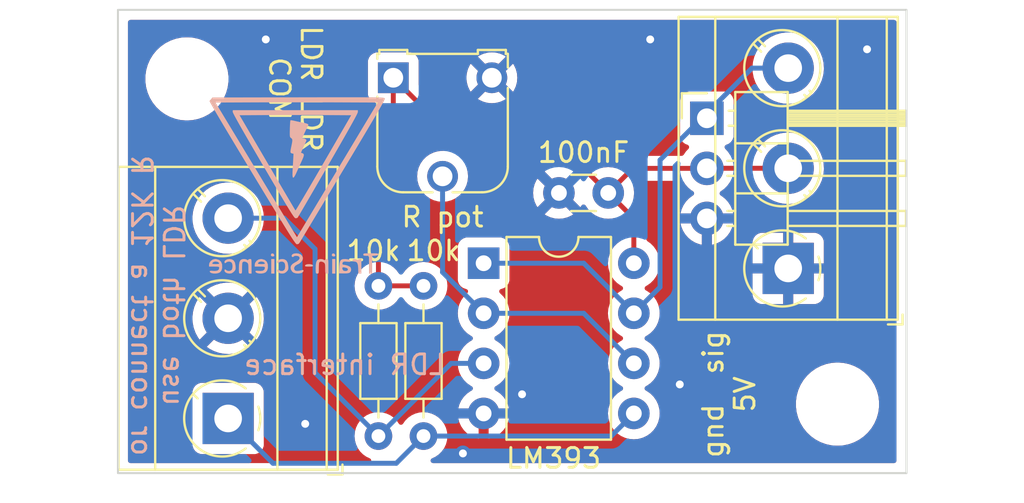
<source format=kicad_pcb>
(kicad_pcb (version 20211014) (generator pcbnew)
  (layers (0 "F.Cu" signal) (31 "B.Cu" signal) (34 "B.Paste" user) (35 "F.Paste" user) (36 "B.SilkS" user "B.Silkscreen") (37 "F.SilkS" user "F.Silkscreen") (38 "B.Mask" user) (39 "F.Mask" user) (44 "Edge.Cuts" user))
  (net 0 "")
  (net 1 "GND")
  (net 2 "+5V")
  (net 3 "Net-(J1101-Pad1)")
  (net 4 "Net-(J1101-Pad3)")
  (net 5 "Net-(J1102-Pad1)")
  (net 6 "Net-(RV1101-Pad2)")
  (footprint "MountingHole:MountingHole_3.2mm_M3" (layer "F.Cu") (at 83 76.5)
    (fp_text reference "REF**" hide)
    (fp_text value "MountingHole_3.2mm_M3")
    (pad "" np_thru_hole circle (at 0 0) (size 3.2 3.2) (drill 3.2) (layers *.Cu *.Mask))
  )
  (footprint "TerminalBlock_MetzConnect:TerminalBlock_MetzConnect_Type073_RT02603HBLU_1x03_P5.08mm_Horizontal" (layer "F.Cu") (at 85.09 93.726 90)
    (fp_text reference "J1101" hide)
    (fp_text value "LDR")
    (fp_line (start -2.84 5.8) (end -2.34 5.8) (layer "F.SilkS") (width 0.12))
    (fp_line (start -2.6 -5.56) (end 12.76 -5.56) (layer "F.SilkS") (width 0.12))
    (fp_line (start 8.804 0.821) (end 8.697 0.928) (layer "F.SilkS") (width 0.12))
    (fp_line (start -2.6 5) (end 12.76 5) (layer "F.SilkS") (width 0.12))
    (fp_line (start 12.76 -5.56) (end 12.76 5.56) (layer "F.SilkS") (width 0.12))
    (fp_line (start 9.013 1.083) (end 8.932 1.164) (layer "F.SilkS") (width 0.12))
    (fp_line (start -2.6 2.5) (end 12.76 2.5) (layer "F.SilkS") (width 0.12))
    (fp_line (start 1.229 -1.764) (end 1.013 -1.549) (layer "F.SilkS") (width 0.12))
    (fp_line (start 11.389 -1.764) (end 10.998 -1.374) (layer "F.SilkS") (width 0.12))
    (fp_line (start -2.6 5.56) (end 12.76 5.56) (layer "F.SilkS") (width 0.12))
    (fp_line (start -2.6 -3.7) (end 12.76 -3.7) (layer "F.SilkS") (width 0.12))
    (fp_line (start 6.309 -1.764) (end 5.918 -1.374) (layer "F.SilkS") (width 0.12))
    (fp_line (start -2.84 5.06) (end -2.84 5.8) (layer "F.SilkS") (width 0.12))
    (fp_line (start 11.624 -1.529) (end 11.274 -1.179) (layer "F.SilkS") (width 0.12))
    (fp_line (start 3.933 1.083) (end 3.852 1.164) (layer "F.SilkS") (width 0.12))
    (fp_line (start -2.6 -5.56) (end -2.6 5.56) (layer "F.SilkS") (width 0.12))
    (fp_line (start 6.544 -1.529) (end 6.194 -1.179) (layer "F.SilkS") (width 0.12))
    (fp_line (start 3.724 0.821) (end 3.617 0.928) (layer "F.SilkS") (width 0.12))
    (fp_arc (start 0.033269 1.630336) (mid -0.285785 1.609354) (end -0.597 1.536) (layer "F.SilkS") (width 0.12))
    (fp_arc (start 1.521645 -1.488175) (mid 1.930586 -0.299476) (end 1.521 0.889) (layer "F.SilkS") (width 0.12))
    (fp_arc (start 10.16 1.63) (mid 10.16 -2.23) (end 10.16 1.63) (layer "F.SilkS") (width 0.12))
    (fp_arc (start -1.500317 -1.514609) (mid -0.000252 -2.230344) (end 1.5 -1.515) (layer "F.SilkS") (width 0.12))
    (fp_arc (start -1.521645 0.888175) (mid -1.930586 -0.300524) (end -1.521 -1.489) (layer "F.SilkS") (width 0.12))
    (fp_arc (start 0.596403 1.535539) (mid 0.301919 1.606238) (end 0 1.63) (layer "F.SilkS") (width 0.12))
    (fp_arc (start 5.08 1.63) (mid 5.08 -2.23) (end 5.08 1.63) (layer "F.SilkS") (width 0.12))
    (pad "1" thru_hole rect (at 0 0 90) (size 2.6 2.6) (drill 1.4) (layers *.Cu *.Mask) (net 3 "Net-(J1101-Pad1)"))
    (pad "2" thru_hole circle (at 5.08 0 90) (size 2.6 2.6) (drill 1.4) (layers *.Cu *.Mask) (net 1 "GND"))
    (pad "3" thru_hole circle (at 10.16 0 90) (size 2.6 2.6) (drill 1.4) (layers *.Cu *.Mask) (net 4 "Net-(J1101-Pad3)"))
  )
  (footprint "Capacitor_THT:C_Disc_D3.0mm_W1.6mm_P2.50mm" (layer "F.Cu") (at 104.37 82.286 180)
    (fp_text reference "C" hide)
    (fp_text value "100nF" (at 1.25 2.05) (layer "F.SilkS"))
    (fp_line (start 0.621 0.92) (end 1.879 0.92) (layer "F.SilkS") (width 0.12))
    (fp_line (start 0.621 -0.92) (end 1.879 -0.92) (layer "F.SilkS") (width 0.12))
    (pad "1" thru_hole circle (at 0 0 180) (size 1.6 1.6) (drill 0.8) (layers *.Cu *.Mask) (net 2 "+5V"))
    (pad "2" thru_hole circle (at 2.5 0 180) (size 1.6 1.6) (drill 0.8) (layers *.Cu *.Mask) (net 1 "GND"))
  )
  (footprint "MountingHole:MountingHole_3.2mm_M3" (layer "F.Cu") (at 116 93)
    (fp_text reference "REF**" hide)
    (fp_text value "MountingHole_3.2mm_M3")
    (pad "" np_thru_hole circle (at 0 0) (size 3.2 3.2) (drill 3.2) (layers F&B.Cu *.Mask))
  )
  (footprint "Connector_PinHeader_2.54mm:PinHeader_1x03_P2.54mm_Horizontal" (layer "F.Cu") (at 109.374 78.5)
    (fp_text reference "J1102" hide)
    (fp_text value "ter")
    (fp_line (start 10.1 2.92) (end 4.1 2.92) (layer "F.SilkS") (width 0.12))
    (fp_line (start 1.042929 2.92) (end 1.44 2.92) (layer "F.SilkS") (width 0.12))
    (fp_line (start -1.27 0) (end -1.27 -1.27) (layer "F.SilkS") (width 0.12))
    (fp_line (start 1.11 0.38) (end 1.44 0.38) (layer "F.SilkS") (width 0.12))
    (fp_line (start 10.1 4.7) (end 10.1 5.46) (layer "F.SilkS") (width 0.12))
    (fp_line (start -1.27 -1.27) (end 0 -1.27) (layer "F.SilkS") (width 0.12))
    (fp_line (start 10.1 5.46) (end 4.1 5.46) (layer "F.SilkS") (width 0.12))
    (fp_line (start 1.11 -0.38) (end 1.44 -0.38) (layer "F.SilkS") (width 0.12))
    (fp_line (start 4.1 -0.32) (end 10.1 -0.32) (layer "F.SilkS") (width 0.12))
    (fp_line (start 4.1 -0.2) (end 10.1 -0.2) (layer "F.SilkS") (width 0.12))
    (fp_line (start 1.44 1.27) (end 4.1 1.27) (layer "F.SilkS") (width 0.12))
    (fp_line (start 10.1 0.38) (end 4.1 0.38) (layer "F.SilkS") (width 0.12))
    (fp_line (start 4.1 0.16) (end 10.1 0.16) (layer "F.SilkS") (width 0.12))
    (fp_line (start 1.042929 2.16) (end 1.44 2.16) (layer "F.SilkS") (width 0.12))
    (fp_line (start 1.042929 5.46) (end 1.44 5.46) (layer "F.SilkS") (width 0.12))
    (fp_line (start 4.1 -1.33) (end 1.44 -1.33) (layer "F.SilkS") (width 0.12))
    (fp_line (start 4.1 -0.38) (end 10.1 -0.38) (layer "F.SilkS") (width 0.12))
    (fp_line (start 1.44 6.41) (end 4.1 6.41) (layer "F.SilkS") (width 0.12))
    (fp_line (start 4.1 -0.08) (end 10.1 -0.08) (layer "F.SilkS") (width 0.12))
    (fp_line (start 4.1 0.28) (end 10.1 0.28) (layer "F.SilkS") (width 0.12))
    (fp_line (start 1.44 3.81) (end 4.1 3.81) (layer "F.SilkS") (width 0.12))
    (fp_line (start 4.1 2.16) (end 10.1 2.16) (layer "F.SilkS") (width 0.12))
    (fp_line (start 4.1 6.41) (end 4.1 -1.33) (layer "F.SilkS") (width 0.12))
    (fp_line (start 1.042929 4.7) (end 1.44 4.7) (layer "F.SilkS") (width 0.12))
    (fp_line (start 10.1 -0.38) (end 10.1 0.38) (layer "F.SilkS") (width 0.12))
    (fp_line (start 1.44 -1.33) (end 1.44 6.41) (layer "F.SilkS") (width 0.12))
    (fp_line (start 4.1 0.04) (end 10.1 0.04) (layer "F.SilkS") (width 0.12))
    (fp_line (start 10.1 2.16) (end 10.1 2.92) (layer "F.SilkS") (width 0.12))
    (fp_line (start 4.1 4.7) (end 10.1 4.7) (layer "F.SilkS") (width 0.12))
    (pad "1" thru_hole rect (at 0 0) (size 1.7 1.7) (drill 1) (layers *.Cu *.Mask) (net 5 "Net-(J1102-Pad1)"))
    (pad "2" thru_hole oval (at 0 2.54) (size 1.7 1.7) (drill 1) (layers *.Cu *.Mask) (net 2 "+5V"))
    (pad "3" thru_hole oval (at 0 5.08) (size 1.7 1.7) (drill 1) (layers *.Cu *.Mask) (net 1 "GND"))
  )
  (footprint "Potentiometer_THT:Potentiometer_Runtron_RM-065_Vertical" (layer "F.Cu") (at 93.468 76.444)
    (fp_text reference "R pot" (at 2.5 7.066) (layer "F.SilkS"))
    (fp_text value "REF")
    (fp_line (start 5.71 -1.21) (end 5.81 -1.21) (layer "F.SilkS") (width 0.12))
    (fp_line (start -0.81 4.5) (end -0.81 0.96) (layer "F.SilkS") (width 0.12))
    (fp_line (start 4.29 -1.21) (end 4.29 -1.41) (layer "F.SilkS") (width 0.12))
    (fp_line (start -0.71 -1.41) (end -0.71 -1.21) (layer "F.SilkS") (width 0.12))
    (fp_line (start -0.71 -1.21) (end -0.81 -1.21) (layer "F.SilkS") (width 0.12))
    (fp_line (start 0.71 -1.21) (end 0.71 -1.41) (layer "F.SilkS") (width 0.12))
    (fp_line (start 0.71 -1.21) (end 4.29 -1.21) (layer "F.SilkS") (width 0.12))
    (fp_line (start 1.99 5.81) (end 0.5 5.81) (layer "F.SilkS") (width 0.12))
    (fp_line (start -0.71 -1.41) (end 0.71 -1.41) (layer "F.SilkS") (width 0.12))
    (fp_line (start 4.29 -1.41) (end 5.71 -1.41) (layer "F.SilkS") (width 0.12))
    (fp_line (start 5.81 0.52) (end 5.81 4.5) (layer "F.SilkS") (width 0.12))
    (fp_line (start 4.5 5.81) (end 3.01 5.81) (layer "F.SilkS") (width 0.12))
    (fp_line (start 5.81 -1.21) (end 5.81 -0.52) (layer "F.SilkS") (width 0.12))
    (fp_line (start -0.81 -1.21) (end -0.81 -0.96) (layer "F.SilkS") (width 0.12))
    (fp_line (start 5.71 -1.41) (end 5.71 -1.21) (layer "F.SilkS") (width 0.12))
    (fp_arc (start 5.81 4.5) (mid 5.42631 5.42631) (end 4.5 5.81) (layer "F.SilkS") (width 0.12))
    (fp_arc (start 0.5 5.81) (mid -0.42631 5.42631) (end -0.81 4.5) (layer "F.SilkS") (width 0.12))
    (pad "1" thru_hole rect (at 0 0) (size 1.56 1.56) (drill 1) (layers *.Cu *.Mask) (net 2 "+5V"))
    (pad "2" thru_hole circle (at 2.5 5) (size 1.56 1.56) (drill 1) (layers *.Cu *.Mask) (net 6 "Net-(RV1101-Pad2)"))
    (pad "3" thru_hole circle (at 5 0) (size 1.56 1.56) (drill 1) (layers *.Cu *.Mask) (net 1 "GND"))
  )
  (footprint "Resistor_THT:R_Axial_DIN0204_L3.6mm_D1.6mm_P7.62mm_Horizontal" (layer "F.Cu") (at 95 87 -90)
    (fp_text reference "R1101" hide)
    (fp_text value "10k" (at -1.778 -0.508) (layer "F.SilkS"))
    (fp_line (start 1.89 0.92) (end 5.73 0.92) (layer "F.SilkS") (width 0.12))
    (fp_line (start 5.73 -0.92) (end 1.89 -0.92) (layer "F.SilkS") (width 0.12))
    (fp_line (start 0.94 0) (end 1.89 0) (layer "F.SilkS") (width 0.12))
    (fp_line (start 6.68 0) (end 5.73 0) (layer "F.SilkS") (width 0.12))
    (fp_line (start 5.73 0.92) (end 5.73 -0.92) (layer "F.SilkS") (width 0.12))
    (fp_line (start 1.89 -0.92) (end 1.89 0.92) (layer "F.SilkS") (width 0.12))
    (pad "1" thru_hole circle (at 0 0 270) (size 1.4 1.4) (drill 0.7) (layers *.Cu *.Mask) (net 2 "+5V"))
    (pad "2" thru_hole oval (at 7.62 0 270) (size 1.4 1.4) (drill 0.7) (layers *.Cu *.Mask) (net 3 "Net-(J1101-Pad1)"))
  )
  (footprint "TerminalBlock_MetzConnect:TerminalBlock_MetzConnect_Type073_RT02603HBLU_1x03_P5.08mm_Horizontal" (layer "F.Cu") (at 113.5 86.116 90)
    (fp_text reference "J1103" hide)
    (fp_text value "ter")
    (fp_line (start -2.6 5.56) (end 12.76 5.56) (layer "F.SilkS") (width 0.12))
    (fp_line (start -2.6 5) (end 12.76 5) (layer "F.SilkS") (width 0.12))
    (fp_line (start 6.309 -1.764) (end 5.918 -1.374) (layer "F.SilkS") (width 0.12))
    (fp_line (start 1.229 -1.764) (end 1.013 -1.549) (layer "F.SilkS") (width 0.12))
    (fp_line (start 11.624 -1.529) (end 11.274 -1.179) (layer "F.SilkS") (width 0.12))
    (fp_line (start 11.389 -1.764) (end 10.998 -1.374) (layer "F.SilkS") (width 0.12))
    (fp_line (start -2.6 -3.7) (end 12.76 -3.7) (layer "F.SilkS") (width 0.12))
    (fp_line (start -2.6 -5.56) (end 12.76 -5.56) (layer "F.SilkS") (width 0.12))
    (fp_line (start 6.544 -1.529) (end 6.194 -1.179) (layer "F.SilkS") (width 0.12))
    (fp_line (start 3.724 0.821) (end 3.617 0.928) (layer "F.SilkS") (width 0.12))
    (fp_line (start 8.804 0.821) (end 8.697 0.928) (layer "F.SilkS") (width 0.12))
    (fp_line (start 12.76 -5.56) (end 12.76 5.56) (layer "F.SilkS") (width 0.12))
    (fp_line (start 3.933 1.083) (end 3.852 1.164) (layer "F.SilkS") (width 0.12))
    (fp_line (start -2.6 2.5) (end 12.76 2.5) (layer "F.SilkS") (width 0.12))
    (fp_line (start 9.013 1.083) (end 8.932 1.164) (layer "F.SilkS") (width 0.12))
    (fp_line (start -2.84 5.06) (end -2.84 5.8) (layer "F.SilkS") (width 0.12))
    (fp_line (start -2.84 5.8) (end -2.34 5.8) (layer "F.SilkS") (width 0.12))
    (fp_line (start -2.6 -5.56) (end -2.6 5.56) (layer "F.SilkS") (width 0.12))
    (fp_arc (start 5.08 1.63) (mid 5.08 -2.23) (end 5.08 1.63) (layer "F.SilkS") (width 0.12))
    (fp_arc (start 1.521645 -1.488175) (mid 1.930586 -0.299476) (end 1.521 0.889) (layer "F.SilkS") (width 0.12))
    (fp_arc (start -1.521645 0.888175) (mid -1.930586 -0.300524) (end -1.521 -1.489) (layer "F.SilkS") (width 0.12))
    (fp_arc (start -1.500317 -1.514609) (mid -0.000252 -2.230344) (end 1.5 -1.515) (layer "F.SilkS") (width 0.12))
    (fp_arc (start 10.16 1.63) (mid 10.16 -2.23) (end 10.16 1.63) (layer "F.SilkS") (width 0.12))
    (fp_arc (start 0.596403 1.535539) (mid 0.301919 1.606238) (end 0 1.63) (layer "F.SilkS") (width 0.12))
    (fp_arc (start 0.033269 1.630336) (mid -0.285785 1.609354) (end -0.597 1.536) (layer "F.SilkS") (width 0.12))
    (pad "1" thru_hole rect (at 0 0 90) (size 2.6 2.6) (drill 1.4) (layers *.Cu *.Mask) (net 1 "GND"))
    (pad "2" thru_hole circle (at 5.08 0 90) (size 2.6 2.6) (drill 1.4) (layers *.Cu *.Mask) (net 2 "+5V"))
    (pad "3" thru_hole circle (at 10.16 0 90) (size 2.6 2.6) (drill 1.4) (layers *.Cu *.Mask) (net 5 "Net-(J1102-Pad1)"))
  )
  (footprint "Resistor_THT:R_Axial_DIN0204_L3.6mm_D1.6mm_P7.62mm_Horizontal" (layer "F.Cu") (at 92.714 87 -90)
    (fp_text reference "R1102" hide)
    (fp_text value "10k" (at -1.778 0.254) (layer "F.SilkS"))
    (fp_line (start 5.73 0.92) (end 5.73 -0.92) (layer "F.SilkS") (width 0.12))
    (fp_line (start 1.89 -0.92) (end 1.89 0.92) (layer "F.SilkS") (width 0.12))
    (fp_line (start 0.94 0) (end 1.89 0) (layer "F.SilkS") (width 0.12))
    (fp_line (start 6.68 0) (end 5.73 0) (layer "F.SilkS") (width 0.12))
    (fp_line (start 1.89 0.92) (end 5.73 0.92) (layer "F.SilkS") (width 0.12))
    (fp_line (start 5.73 -0.92) (end 1.89 -0.92) (layer "F.SilkS") (width 0.12))
    (pad "1" thru_hole circle (at 0 0 270) (size 1.4 1.4) (drill 0.7) (layers *.Cu *.Mask) (net 2 "+5V"))
    (pad "2" thru_hole oval (at 7.62 0 270) (size 1.4 1.4) (drill 0.7) (layers *.Cu *.Mask) (net 4 "Net-(J1101-Pad3)"))
  )
  (footprint "Package_DIP:DIP-8_W7.62mm" (layer "F.Cu") (at 98.05 85.852)
    (fp_text reference "U1101" hide)
    (fp_text value "LM393" (at 3.546 9.896 unlocked) (layer "F.SilkS"))
    (fp_line (start 1.16 8.95) (end 6.46 8.95) (layer "F.SilkS") (width 0.12))
    (fp_line (start 6.46 -1.33) (end 4.81 -1.33) (layer "F.SilkS") (width 0.12))
    (fp_line (start 6.46 8.95) (end 6.46 -1.33) (layer "F.SilkS") (width 0.12))
    (fp_line (start 1.16 -1.33) (end 1.16 8.95) (layer "F.SilkS") (width 0.12))
    (fp_line (start 2.81 -1.33) (end 1.16 -1.33) (layer "F.SilkS") (width 0.12))
    (fp_arc (start 4.81 -1.33) (mid 3.81 -0.33) (end 2.81 -1.33) (layer "F.SilkS") (width 0.12))
    (pad "1" thru_hole rect (at 0 0) (size 1.6 1.6) (drill 0.8) (layers *.Cu *.Mask) (net 5 "Net-(J1102-Pad1)"))
    (pad "2" thru_hole oval (at 0 2.54) (size 1.6 1.6) (drill 0.8) (layers *.Cu *.Mask) (net 6 "Net-(RV1101-Pad2)"))
    (pad "3" thru_hole oval (at 0 5.08) (size 1.6 1.6) (drill 0.8) (layers *.Cu *.Mask) (net 4 "Net-(J1101-Pad3)"))
    (pad "4" thru_hole oval (at 0 7.62) (size 1.6 1.6) (drill 0.8) (layers *.Cu *.Mask) (net 1 "GND"))
    (pad "5" thru_hole oval (at 7.62 7.62) (size 1.6 1.6) (drill 0.8) (layers *.Cu *.Mask) (net 3 "Net-(J1101-Pad1)"))
    (pad "6" thru_hole oval (at 7.62 5.08) (size 1.6 1.6) (drill 0.8) (layers *.Cu *.Mask) (net 6 "Net-(RV1101-Pad2)"))
    (pad "7" thru_hole oval (at 7.62 2.54) (size 1.6 1.6) (drill 0.8) (layers *.Cu *.Mask) (net 5 "Net-(J1102-Pad1)"))
    (pad "8" thru_hole oval (at 7.62 0) (size 1.6 1.6) (drill 0.8) (layers *.Cu *.Mask) (net 2 "+5V"))
  )
  (footprint "kicad_images:Train-Science logo small" (layer "B.Cu") (at 88.5 82 180)
    (fp_text reference "G***" hide)
    (fp_text value "LOGO" hide)
    (fp_poly (pts (xy 2.715567 -3.652213) (xy 2.788671 -3.700519) (xy 2.835175 -3.79015) (xy 2.859236 -3.928568) (xy 2.865146 -4.092808) (xy 2.86448 -4.228722) (xy 2.860137 -4.312734) (xy 2.848595 -4.357328) (xy 2.826334 -4.374987) (xy 2.789834 -4.378194) (xy 2.784664 -4.3782) (xy 2.744587 -4.375415) (xy 2.72067 -4.358257) (xy 2.708742 -4.313522) (xy 2.704637 -4.228007) (xy 2.704183 -4.123292) (xy 2.70181 -3.995739) (xy 2.69553 -3.889366) (xy 2.686599 -3.82384) (xy 2.684642 -3.817462) (xy 2.638586 -3.775444) (xy 2.56069 -3.771399) (xy 2.471162 -3.805399) (xy 2.453804 -3.816654) (xy 2.417528 -3.84892) (xy 2.396019 -3.893461) (xy 2.385541 -3.966262) (xy 2.382352 -4.083304) (xy 2.382256 -4.122485) (xy 2.381383 -4.249664) (xy 2.375999 -4.325642) (xy 2.361955 -4.363601) (xy 2.335101 -4.376724) (xy 2.301774 -4.3782) (xy 2.221293 -4.3782) (xy 2.221293 -4.007985) (xy 2.22168 -3.849262) (xy 2.224378 -3.743962) (xy 2.231689 -3.681124) (xy 2.245918 -3.649787) (xy 2.269368 -3.638988) (xy 2.299092 -3.637769) (xy 2.364561 -3.652507) (xy 2.391646 -3.67801) (xy 2.413142 -3.702107) (xy 2.449056 -3.67801) (xy 2.508105 -3.651219) (xy 2.597263 -3.63805) (xy 2.611707 -3.637769)) (layer "B.SilkS") (width 0) (fill solid))
    (fp_poly (pts (xy 4.191957 -3.665419) (xy 4.293411 -3.737669) (xy 4.360573 -3.838471) (xy 4.3782 -3.925027) (xy 4.3782 -4.024081) (xy 4.120659 -4.024081) (xy 3.992123 -4.025517) (xy 3.915069 -4.031892) (xy 3.876617 -4.046313) (xy 3.86389 -4.071882) (xy 3.863118 -4.086167) (xy 3.886785 -4.17496) (xy 3.959423 -4.227168) (xy 4.083491 -4.244072) (xy 4.15906 -4.240295) (xy 4.267524 -4.233706) (xy 4.325375 -4.2403) (xy 4.345405 -4.262067) (xy 4.346008 -4.269376) (xy 4.317527 -4.321331) (xy 4.243324 -4.357024) (xy 4.140255 -4.375338) (xy 4.025174 -4.375154) (xy 3.91494 -4.355354) (xy 3.826407 -4.31482) (xy 3.813457 -4.304705) (xy 3.748327 -4.223779) (xy 3.71501 -4.110586) (xy 3.710957 -4.07989) (xy 3.714938 -3.908) (xy 3.730244 -3.869557) (xy 3.863118 -3.869557) (xy 3.892233 -3.883662) (xy 3.967337 -3.893017) (xy 4.040178 -3.895311) (xy 4.137154 -3.891076) (xy 4.201466 -3.880152) (xy 4.217237 -3.869557) (xy 4.188421 -3.814477) (xy 4.114915 -3.776712) (xy 4.040178 -3.76654) (xy 3.945509 -3.783306) (xy 3.880602 -3.826073) (xy 3.863118 -3.869557) (xy 3.730244 -3.869557) (xy 3.767799 -3.775233) (xy 3.866587 -3.685192) (xy 4.008349 -3.641482) (xy 4.073248 -3.637769)) (layer "B.SilkS") (width 0) (fill solid))
    (fp_poly (pts (xy -3.20706 -3.649174) (xy -3.187072 -3.671095) (xy -3.167366 -3.687977) (xy -3.124803 -3.671095) (xy -3.032476 -3.639196) (xy -2.952967 -3.641074) (xy -2.904379 -3.674259) (xy -2.897338 -3.702155) (xy -2.912873 -3.749633) (xy -2.970283 -3.766013) (xy -2.992091 -3.76654) (xy -3.08017 -3.784752) (xy -3.139695 -3.843818) (xy -3.1741 -3.950385) (xy -3.18682 -4.1111) (xy -3.187072 -4.143919) (xy -3.188151 -4.264488) (xy -3.194538 -4.33444) (xy -3.210963 -4.367539) (xy -3.242154 -4.377549) (xy -3.267554 -4.3782) (xy -3.348035 -4.3782) (xy -3.348035 -3.637769) (xy -3.267554 -3.637769)) (layer "B.SilkS") (width 0) (fill solid))
    (fp_poly (pts (xy -1.179743 -3.652213) (xy -1.106639 -3.700519) (xy -1.060135 -3.79015) (xy -1.036075 -3.928568) (xy -1.030165 -4.092808) (xy -1.03083 -4.228722) (xy -1.035174 -4.312734) (xy -1.046716 -4.357328) (xy -1.068976 -4.374987) (xy -1.105476 -4.378194) (xy -1.110646 -4.3782) (xy -1.150723 -4.375415) (xy -1.174641 -4.358257) (xy -1.186568 -4.313522) (xy -1.190674 -4.228007) (xy -1.191128 -4.123292) (xy -1.193501 -3.995739) (xy -1.199781 -3.889366) (xy -1.208712 -3.82384) (xy -1.210669 -3.817462) (xy -1.256725 -3.775444) (xy -1.33462 -3.771399) (xy -1.424149 -3.805399) (xy -1.441506 -3.816654) (xy -1.477783 -3.84892) (xy -1.499291 -3.893461) (xy -1.50977 -3.966262) (xy -1.512958 -4.083304) (xy -1.513054 -4.122485) (xy -1.513927 -4.249664) (xy -1.519311 -4.325642) (xy -1.533355 -4.363601) (xy -1.560209 -4.376724) (xy -1.593536 -4.3782) (xy -1.674018 -4.3782) (xy -1.674018 -4.007985) (xy -1.67363 -3.849262) (xy -1.670933 -3.743962) (xy -1.663621 -3.681124) (xy -1.649392 -3.649787) (xy -1.625943 -3.638988) (xy -1.596219 -3.637769) (xy -1.53075 -3.652507) (xy -1.503665 -3.67801) (xy -1.482168 -3.702107) (xy -1.446255 -3.67801) (xy -1.387205 -3.651219) (xy -1.298048 -3.63805) (xy -1.283604 -3.637769)) (layer "B.SilkS") (width 0) (fill solid))
    (fp_poly (pts (xy -1.879051 -3.365565) (xy -1.85507 -3.397528) (xy -1.848957 -3.467248) (xy -1.897497 -3.5033) (xy -1.951794 -3.508999) (xy -2.01104 -3.497959) (xy -2.024208 -3.453786) (xy -2.022328 -3.436565) (xy -1.991057 -3.378361) (xy -1.934811 -3.352714)) (layer "B.SilkS") (width 0) (fill solid))
    (fp_poly (pts (xy -2.177236 4.566716) (xy -1.724771 4.566214) (xy -1.217326 4.565463) (xy -0.651718 4.564501) (xy -0.055144 4.563421) (xy 4.394297 4.55526) (xy 4.402412 4.474778) (xy 4.392766 4.444092) (xy 4.360546 4.377472) (xy 4.304831 4.273357) (xy 4.224701 4.130187) (xy 4.119236 3.9464) (xy 3.987517 3.720436) (xy 3.828623 3.450735) (xy 3.641634 3.135735) (xy 3.425631 2.773875) (xy 3.179692 2.363596) (xy 2.902899 1.903335) (xy 2.594331 1.391532) (xy 2.253068 0.826627) (xy 2.210681 0.756527) (xy 1.892208 0.230049) (xy 1.605234 -0.243951) (xy 1.348069 -0.66817) (xy 1.119028 -1.045302) (xy 0.916421 -1.378044) (xy 0.738561 -1.669091) (xy 0.583761 -1.921141) (xy 0.450332 -2.136888) (xy 0.336586 -2.319029) (xy 0.240836 -2.470259) (xy 0.161394 -2.593274) (xy 0.096573 -2.690771) (xy 0.044683 -2.765444) (xy 0.004038 -2.819991) (xy -0.02705 -2.857107) (xy -0.05027 -2.879488) (xy -0.067308 -2.88983) (xy -0.073048 -2.891234) (xy -0.156237 -2.877194) (xy -0.204854 -2.826849) (xy -0.227047 -2.790521) (xy -0.280348 -2.702298) (xy -0.362758 -2.565508) (xy -0.47228 -2.383476) (xy -0.606914 -2.159531) (xy -0.764662 -1.897) (xy -0.943527 -1.599208) (xy -1.141509 -1.269484) (xy -1.356611 -0.911155) (xy -1.586834 -0.527547) (xy -1.830181 -0.121988) (xy -2.084652 0.302196) (xy -2.348249 0.741676) (xy -2.411808 0.847656) (xy -2.72913 1.377004) (xy -3.014693 1.853894) (xy -3.270035 2.280976) (xy -3.496692 2.660897) (xy -3.696204 2.996307) (xy -3.870107 3.289854) (xy -4.01994 3.544188) (xy -4.147239 3.761957) (xy -4.253544 3.94581) (xy -4.340391 4.098397) (xy -4.409319 4.222366) (xy -4.449721 4.297718) (xy -4.178624 4.297718) (xy -0.08088 -2.532058) (xy 0.192957 -2.079549) (xy 0.247331 -1.989669) (xy 0.332405 -1.84901) (xy 0.445566 -1.661887) (xy 0.584205 -1.43262) (xy 0.74571 -1.165527) (xy 0.92747 -0.864926) (xy 1.126875 -0.535135) (xy 1.341313 -0.180472) (xy 1.568173 0.194744) (xy 1.804844 0.586196) (xy 2.048716 0.989564) (xy 2.257763 1.33534) (xy 4.048733 4.297718) (xy 1.992174 4.306003) (xy 1.548356 4.307468) (xy 1.05587 4.308526) (xy 0.530432 4.309176) (xy -0.012241 4.309419) (xy -0.556433 4.309254) (xy -1.086428 4.308682) (xy -1.58651 4.307702) (xy -2.040962 4.306315) (xy -2.121505 4.306003) (xy -4.178624 4.297718) (xy -4.449721 4.297718) (xy -4.461864 4.320365) (xy -4.499566 4.395045) (xy -4.523961 4.449053) (xy -4.536588 4.485039) (xy -4.538984 4.505651) (xy -4.537712 4.509683) (xy -4.531875 4.518362) (xy -4.522005 4.526181) (xy -4.504918 4.533179) (xy -4.47743 4.539392) (xy -4.436357 4.54486) (xy -4.378514 4.549621) (xy -4.300717 4.553712) (xy -4.199782 4.557172) (xy -4.072525 4.560039) (xy -3.915762 4.562352) (xy -3.726308 4.564148) (xy -3.50098 4.565466) (xy -3.236592 4.566343) (xy -2.929962 4.566818) (xy -2.577905 4.56693)) (layer "B.SilkS") (width 0) (fill solid))
    (fp_poly (pts (xy 1.223321 -4.3782) (xy 1.062357 -4.3782) (xy 1.062357 -3.637769) (xy 1.223321 -3.637769)) (layer "B.SilkS") (width 0) (fill solid))
    (fp_poly (pts (xy 0.08045 -3.363771) (xy 0.163476 -3.40824) (xy 0.193154 -3.477335) (xy 0.193156 -3.477939) (xy 0.170182 -3.528914) (xy 0.121334 -3.539789) (xy 0.080482 -3.508999) (xy 0.032611 -3.483439) (xy -0.047363 -3.477888) (xy -0.130866 -3.490818) (xy -0.189325 -3.520703) (xy -0.191874 -3.52355) (xy -0.21804 -3.596183) (xy -0.180966 -3.673245) (xy -0.081544 -3.753443) (xy -0.004028 -3.796699) (xy 0.136108 -3.882305) (xy 0.216714 -3.971193) (xy 0.24249 -4.071135) (xy 0.223825 -4.173564) (xy 0.164082 -4.275535) (xy 0.095495 -4.330471) (xy -0.018443 -4.366535) (xy -0.150995 -4.376193) (xy -0.274362 -4.359597) (xy -0.346956 -4.328086) (xy -0.40363 -4.272052) (xy -0.419312 -4.22251) (xy -0.394108 -4.195068) (xy -0.346071 -4.199064) (xy -0.197064 -4.233359) (xy -0.075009 -4.242002) (xy 0.005829 -4.224264) (xy 0.015788 -4.217493) (xy 0.061853 -4.14537) (xy 0.055341 -4.062595) (xy 0.002818 -3.983964) (xy -0.089151 -3.924271) (xy -0.119083 -3.913566) (xy -0.188092 -3.877866) (xy -0.269912 -3.816568) (xy -0.288095 -3.800264) (xy -0.365715 -3.694707) (xy -0.385703 -3.587357) (xy -0.353625 -3.488715) (xy -0.27505 -3.409279) (xy -0.155545 -3.359551) (xy -0.048289 -3.348036)) (layer "B.SilkS") (width 0) (fill solid))
    (fp_poly (pts (xy 1.874086 -3.665419) (xy 1.97554 -3.737669) (xy 2.042702 -3.838471) (xy 2.06033 -3.925027) (xy 2.06033 -4.024081) (xy 1.802788 -4.024081) (xy 1.674253 -4.025517) (xy 1.597198 -4.031892) (xy 1.558746 -4.046313) (xy 1.54602 -4.071882) (xy 1.545247 -4.086167) (xy 1.568914 -4.17496) (xy 1.641552 -4.227168) (xy 1.76562 -4.244072) (xy 1.841189 -4.240295) (xy 1.949653 -4.233706) (xy 2.007504 -4.2403) (xy 2.027535 -4.262067) (xy 2.028137 -4.269376) (xy 1.999657 -4.321331) (xy 1.925454 -4.357024) (xy 1.822384 -4.375338) (xy 1.707304 -4.375154) (xy 1.597069 -4.355354) (xy 1.508536 -4.31482) (xy 1.495586 -4.304705) (xy 1.430456 -4.223779) (xy 1.397139 -4.110586) (xy 1.393087 -4.07989) (xy 1.397067 -3.908) (xy 1.412373 -3.869557) (xy 1.545247 -3.869557) (xy 1.574363 -3.883662) (xy 1.649466 -3.893017) (xy 1.722307 -3.895311) (xy 1.819283 -3.891076) (xy 1.883595 -3.880152) (xy 1.899366 -3.869557) (xy 1.87055 -3.814477) (xy 1.797044 -3.776712) (xy 1.722307 -3.76654) (xy 1.627639 -3.783306) (xy 1.562731 -3.826073) (xy 1.545247 -3.869557) (xy 1.412373 -3.869557) (xy 1.449928 -3.775233) (xy 1.548716 -3.685192) (xy 1.690478 -3.641482) (xy 1.755377 -3.637769)) (layer "B.SilkS") (width 0) (fill solid))
    (fp_poly (pts (xy 3.179239 3.830925) (xy 3.169077 3.796052) (xy 3.134748 3.721875) (xy 3.075339 3.60678) (xy 2.989941 3.449155) (xy 2.877641 3.24739) (xy 2.737526 2.999872) (xy 2.568687 2.704989) (xy 2.370211 2.361128) (xy 2.141187 1.966679) (xy 1.880703 1.52003) (xy 1.631778 1.09455) (xy 1.368647 0.645596) (xy 1.135907 0.249143) (xy 0.93161 -0.097982) (xy 0.753807 -0.398953) (xy 0.60055 -0.656942) (xy 0.469891 -0.875124) (xy 0.359881 -1.05667) (xy 0.268572 -1.204755) (xy 0.194014 -1.322552) (xy 0.134261 -1.413233) (xy 0.087362 -1.479973) (xy 0.051371 -1.525943) (xy 0.024337 -1.554318) (xy 0.004314 -1.568271) (xy -0.004969 -1.571019) (xy -0.078828 -1.563333) (xy -0.118283 -1.538827) (xy -0.138767 -1.505458) (xy -0.189191 -1.420294) (xy -0.267262 -1.287274) (xy -0.370688 -1.110339) (xy -0.497173 -0.893428) (xy -0.644426 -0.640482) (xy -0.810153 -0.355441) (xy -0.99206 -0.042244) (xy -1.187855 0.295169) (xy -1.395243 0.652857) (xy -1.611932 1.02688) (xy -1.660439 1.110646) (xy -1.943382 1.600038) (xy -2.194371 2.035755) (xy -2.414343 2.419476) (xy -2.604234 2.752877) (xy -2.764981 3.037634) (xy -2.89752 3.275425) (xy -3.002787 3.467927) (xy -3.081719 3.616816) (xy -3.100264 3.653866) (xy -2.831057 3.653866) (xy -1.427803 1.229825) (xy -1.217976 0.867944) (xy -1.017222 0.522838) (xy -0.827885 0.198474) (xy -0.652308 -0.101185) (xy -0.492836 -0.372174) (xy -0.351814 -0.61053) (xy -0.231586 -0.812287) (xy -0.134496 -0.973481) (xy -0.062889 -1.090149) (xy -0.019109 -1.158326) (xy -0.005551 -1.175218) (xy 0.013203 -1.145197) (xy 0.062076 -1.063637) (xy 0.138687 -0.934577) (xy 0.240658 -0.762061) (xy 0.365609 -0.55013) (xy 0.511161 -0.302826) (xy 0.674935 -0.02419) (xy 0.854552 0.281735) (xy 1.047632 0.610908) (xy 1.251797 0.959287) (xy 1.421346 1.248823) (xy 2.829247 3.653866) (xy 1.414623 3.662249) (xy 1.04211 3.663984) (xy 0.624153 3.665121) (xy 0.179691 3.665659) (xy -0.272337 3.665598) (xy -0.712992 3.664938) (xy -1.123334 3.663678) (xy -1.415529 3.662249) (xy -2.831057 3.653866) (xy -3.100264 3.653866) (xy -3.135253 3.723769) (xy -3.164325 3.790463) (xy -3.17064 3.814829) (xy -3.170976 3.911407) (xy 3.170976 3.911407)) (layer "B.SilkS") (width 0) (fill solid))
    (fp_poly (pts (xy -2.40532 -3.645768) (xy -2.326525 -3.67613) (xy -2.275297 -3.738404) (xy -2.245189 -3.842138) (xy -2.22975 -3.996881) (xy -2.226439 -4.069661) (xy -2.215488 -4.366149) (xy -2.45432 -4.371021) (xy -2.611055 -4.367821) (xy -2.715337 -4.349617) (xy -2.763052 -4.326932) (xy -2.817997 -4.253657) (xy -2.8318 -4.157537) (xy -2.826579 -4.141434) (xy -2.663371 -4.141434) (xy -2.661178 -4.198977) (xy -2.617211 -4.235887) (xy -2.541587 -4.248708) (xy -2.462907 -4.236034) (xy -2.420887 -4.210799) (xy -2.387663 -4.147033) (xy -2.382256 -4.110009) (xy -2.391113 -4.070273) (xy -2.429399 -4.05887) (xy -2.5002 -4.066989) (xy -2.611613 -4.096669) (xy -2.663371 -4.141434) (xy -2.826579 -4.141434) (xy -2.80241 -4.066887) (xy -2.783578 -4.04369) (xy -2.714915 -4.000608) (xy -2.611053 -3.960717) (xy -2.500848 -3.933723) (xy -2.438593 -3.927683) (xy -2.39073 -3.905832) (xy -2.389171 -3.848663) (xy -2.411779 -3.801951) (xy -2.44845 -3.775964) (xy -2.522247 -3.768689) (xy -2.620538 -3.77548) (xy -2.726931 -3.782973) (xy -2.782746 -3.776184) (xy -2.800575 -3.753278) (xy -2.80076 -3.74925) (xy -2.770723 -3.693209) (xy -2.685633 -3.655257) (xy -2.553023 -3.638364) (xy -2.518132 -3.637769)) (layer "B.SilkS") (width 0) (fill solid))
    (fp_poly (pts (xy -3.669632 -3.34866) (xy -3.559722 -3.351709) (xy -3.492918 -3.358945) (xy -3.458582 -3.372129) (xy -3.446076 -3.393024) (xy -3.444613 -3.412421) (xy -3.454092 -3.452657) (xy -3.493451 -3.471683) (xy -3.579073 -3.476782) (xy -3.58948 -3.476806) (xy -3.734347 -3.476806) (xy -3.734347 -4.3782) (xy -3.89531 -4.3782) (xy -3.89531 -3.480334) (xy -4.047936 -3.470522) (xy -4.148526 -3.457408) (xy -4.198923 -3.431105) (xy -4.21126 -3.404373) (xy -4.210399 -3.380588) (xy -4.190335 -3.364589) (xy -4.140901 -3.354863) (xy -4.051928 -3.349892) (xy -3.91325 -3.348161) (xy -3.833286 -3.348036)) (layer "B.SilkS") (width 0) (fill solid))
    (fp_poly (pts (xy 0.784156 -3.654371) (xy 0.871115 -3.697368) (xy 0.920801 -3.756548) (xy 0.922188 -3.814197) (xy 0.900905 -3.852981) (xy 0.870209 -3.843557) (xy 0.841851 -3.819211) (xy 0.752511 -3.7745) (xy 0.650954 -3.773442) (xy 0.566548 -3.81626) (xy 0.565671 -3.817129) (xy 0.529974 -3.888454) (xy 0.515171 -3.998249) (xy 0.515082 -4.007985) (xy 0.527932 -4.119813) (xy 0.562192 -4.195116) (xy 0.565671 -4.198841) (xy 0.649649 -4.242246) (xy 0.751171 -4.241772) (xy 0.840868 -4.197642) (xy 0.841851 -4.196759) (xy 0.887126 -4.162129) (xy 0.910558 -4.174932) (xy 0.922188 -4.201773) (xy 0.917633 -4.267108) (xy 0.862679 -4.324764) (xy 0.771275 -4.364981) (xy 0.670003 -4.3782) (xy 0.56494 -4.364144) (xy 0.478534 -4.312169) (xy 0.444446 -4.280323) (xy 0.39028 -4.220957) (xy 0.36277 -4.166703) (xy 0.355287 -4.094215) (xy 0.360798 -3.985733) (xy 0.391249 -3.823108) (xy 0.456936 -3.713042) (xy 0.560567 -3.652527) (xy 0.674274 -3.637769)) (layer "B.SilkS") (width 0) (fill solid))
    (fp_poly (pts (xy -1.867174 -4.3782) (xy -2.028137 -4.3782) (xy -2.028137 -3.637769) (xy -1.867174 -3.637769)) (layer "B.SilkS") (width 0) (fill solid))
    (fp_poly (pts (xy -0.612737 -3.9006) (xy -0.533283 -3.922266) (xy -0.490713 -3.961014) (xy -0.488845 -3.967744) (xy -0.490951 -3.998166) (xy -0.520453 -4.01526) (xy -0.590351 -4.022672) (xy -0.689781 -4.024081) (xy -0.808268 -4.020841) (xy -0.874379 -4.009353) (xy -0.899883 -3.986965) (xy -0.901394 -3.976406) (xy -0.873403 -3.933919) (xy -0.802697 -3.906845) (xy -0.709175 -3.895599)) (layer "B.SilkS") (width 0) (fill solid))
    (fp_poly (pts (xy 3.456146 -3.654371) (xy 3.543105 -3.697368) (xy 3.592791 -3.756548) (xy 3.594178 -3.814197) (xy 3.572895 -3.852981) (xy 3.542199 -3.843557) (xy 3.513841 -3.819211) (xy 3.424501 -3.7745) (xy 3.322943 -3.773442) (xy 3.238538 -3.81626) (xy 3.237661 -3.817129) (xy 3.201357 -3.890078) (xy 3.187495 -3.994878) (xy 3.196074 -4.103032) (xy 3.227095 -4.186043) (xy 3.237661 -4.198841) (xy 3.321639 -4.242246) (xy 3.423161 -4.241772) (xy 3.512857 -4.197642) (xy 3.513841 -4.196759) (xy 3.559116 -4.162129) (xy 3.582547 -4.174932) (xy 3.594178 -4.201773) (xy 3.589623 -4.267108) (xy 3.534669 -4.324764) (xy 3.443265 -4.364981) (xy 3.341993 -4.3782) (xy 3.23693 -4.364144) (xy 3.150524 -4.312169) (xy 3.116435 -4.280323) (xy 3.06227 -4.220957) (xy 3.03476 -4.166703) (xy 3.027277 -4.094215) (xy 3.032787 -3.985733) (xy 3.063239 -3.823108) (xy 3.128926 -3.713042) (xy 3.232557 -3.652527) (xy 3.346264 -3.637769)) (layer "B.SilkS") (width 0) (fill solid))
    (fp_poly (pts (xy 1.211443 -3.365565) (xy 1.235424 -3.397528) (xy 1.241537 -3.467248) (xy 1.192998 -3.5033) (xy 1.1387 -3.508999) (xy 1.079454 -3.497959) (xy 1.066286 -3.453786) (xy 1.068167 -3.436565) (xy 1.099438 -3.378361) (xy 1.155683 -3.352714)) (layer "B.SilkS") (width 0) (fill solid))
    (fp_poly (pts (xy 0.250482 3.398018) (xy 0.258312 3.360431) (xy 0.266207 3.271171) (xy 0.273323 3.142944) (xy 0.278815 2.988455) (xy 0.279494 2.961822) (xy 0.283147 2.79102) (xy 0.28333 2.672993) (xy 0.27842 2.596159) (xy 0.266793 2.548934) (xy 0.246824 2.519735) (xy 0.216889 2.496979) (xy 0.214047 2.495112) (xy 0.177374 2.463714) (xy 0.157846 2.420729) (xy 0.155167 2.353836) (xy 0.169042 2.250716) (xy 0.199173 2.099046) (xy 0.20399 2.076426) (xy 0.234196 1.927607) (xy 0.248081 1.829473) (xy 0.244797 1.770209) (xy 0.223496 1.738003) (xy 0.183328 1.721039) (xy 0.178383 1.719762) (xy 0.093995 1.698582) (xy 0.113104 1.340229) (xy 0.122361 1.168329) (xy 0.13182 0.9955) (xy 0.140114 0.846597) (xy 0.144094 0.776804) (xy 0.147732 0.616402) (xy 0.136399 0.518612) (xy 0.110043 0.48341) (xy 0.068612 0.510774) (xy 0.012053 0.600683) (xy -0.036281 0.70019) (xy -0.094889 0.829583) (xy -0.151819 0.955614) (xy -0.192615 1.046261) (xy -0.235959 1.142058) (xy -0.293724 1.268625) (xy -0.352412 1.396402) (xy -0.410483 1.535855) (xy -0.432862 1.630868) (xy -0.419591 1.690556) (xy -0.370712 1.724039) (xy -0.353957 1.729118) (xy -0.302087 1.746117) (xy -0.289734 1.754248) (xy -0.301976 1.787815) (xy -0.333966 1.863803) (xy -0.378601 1.966115) (xy -0.428778 2.078653) (xy -0.477393 2.185319) (xy -0.517132 2.269582) (xy -0.553917 2.350924) (xy -0.561542 2.396199) (xy -0.540994 2.426228) (xy -0.525165 2.438593) (xy -0.452176 2.472508) (xy -0.412351 2.478834) (xy -0.36338 2.484926) (xy -0.354119 2.492061) (xy -0.366789 2.526986) (xy -0.400137 2.60474) (xy -0.447168 2.710013) (xy -0.500888 2.827498) (xy -0.554304 2.941887) (xy -0.600421 3.037873) (xy -0.630486 3.096942) (xy -0.659596 3.160107) (xy -0.65177 3.193594) (xy -0.620583 3.213855) (xy -0.53333 3.246777) (xy -0.395236 3.27925) (xy -0.273637 3.301207) (xy -0.190498 3.31751) (xy -0.07335 3.34338) (xy 0.027233 3.367139) (xy 0.134416 3.389945) (xy 0.215087 3.40089)) (layer "B.SilkS") (width 0) (fill solid))
  )
  (gr_rect (start 79.5 96.5) (end 119.5 73) (layer "Edge.Cuts") (width 0.1) (fill none))
  (gr_text "LDR interface" (at 91 91) (layer "B.SilkS") (effects (font (size 1 1)) (justify mirror)))
  (gr_text "use both LDR\nor connect a 12K R" (at 81.5 88 270) (layer "B.SilkS") (effects (font (size 1 1)) (justify mirror)))
  (gr_text "LDR LDR\nCOM" (at 88.5 77 270) (layer "F.SilkS") (effects (font (size 1 1))))
  (gr_text "gnd  sig\n5V" (at 110.5 92.5 90) (layer "F.SilkS") (effects (font (size 1 1))))
  (via (at 100 92.5) (size 0.8) (drill 0.4) (layers "F.Cu" "B.Cu") (net 1))
  (via (at 108 92) (size 0.8) (drill 0.4) (layers "F.Cu" "B.Cu") (net 1))
  (via (at 89 94) (size 0.8) (drill 0.4) (layers "F.Cu" "B.Cu") (net 1))
  (via (at 97 95.5) (size 0.8) (drill 0.4) (layers "F.Cu" "B.Cu") (net 1))
  (via (at 117.5 75) (size 0.8) (drill 0.4) (layers "F.Cu" "B.Cu") (net 1))
  (via (at 106.5 74.5) (size 0.8) (drill 0.4) (layers "F.Cu" "B.Cu") (net 1))
  (via (at 87 74.5) (size 0.8) (drill 0.4) (layers "F.Cu" "B.Cu") (net 1))
  (segment (start 92.714 79.786) (end 93.468 79.032) (width 0.25) (layer "F.Cu") (net 2))
  (segment (start 93.468 79.032) (end 93.468 76.444) (width 0.25) (layer "F.Cu") (net 2))
  (segment (start 102.423 80.339) (end 97.363 80.339) (width 0.25) (layer "F.Cu") (net 2))
  (segment (start 109.374 81.04) (end 105.616 81.04) (width 0.25) (layer "F.Cu") (net 2))
  (segment (start 109.378 81.036) (end 109.374 81.04) (width 0.25) (layer "F.Cu") (net 2))
  (segment (start 105.67 85.852) (end 105.67 83.586) (width 0.25) (layer "F.Cu") (net 2))
  (segment (start 105.67 83.586) (end 104.37 82.286) (width 0.25) (layer "F.Cu") (net 2))
  (segment (start 92.714 87) (end 92.714 79.786) (width 0.25) (layer "F.Cu") (net 2))
  (segment (start 113.5 81.036) (end 109.378 81.036) (width 0.25) (layer "F.Cu") (net 2))
  (segment (start 95 87) (end 92.714 87) (width 0.25) (layer "F.Cu") (net 2))
  (segment (start 105.616 81.04) (end 104.37 82.286) (width 0.25) (layer "F.Cu") (net 2))
  (segment (start 97.363 80.339) (end 93.468 76.444) (width 0.25) (layer "F.Cu") (net 2))
  (segment (start 104.37 82.286) (end 102.423 80.339) (width 0.25) (layer "F.Cu") (net 2))
  (segment (start 95 94.62) (end 104.522 94.62) (width 0.25) (layer "B.Cu") (net 3))
  (segment (start 87.364 96) (end 85.09 93.726) (width 0.25) (layer "B.Cu") (net 3))
  (segment (start 93.62 96) (end 87.364 96) (width 0.25) (layer "B.Cu") (net 3))
  (segment (start 95 94.62) (end 93.62 96) (width 0.25) (layer "B.Cu") (net 3))
  (segment (start 104.522 94.62) (end 105.67 93.472) (width 0.25) (layer "B.Cu") (net 3))
  (segment (start 89.5 85.132) (end 89.5 91.406) (width 0.25) (layer "B.Cu") (net 4))
  (segment (start 87.934 83.566) (end 89.5 85.132) (width 0.25) (layer "B.Cu") (net 4))
  (segment (start 96.402 90.932) (end 98.05 90.932) (width 0.25) (layer "B.Cu") (net 4))
  (segment (start 92.714 94.62) (end 96.402 90.932) (width 0.25) (layer "B.Cu") (net 4))
  (segment (start 89.5 91.406) (end 92.714 94.62) (width 0.25) (layer "B.Cu") (net 4))
  (segment (start 85.09 83.566) (end 87.934 83.566) (width 0.25) (layer "B.Cu") (net 4))
  (segment (start 107 87.062) (end 107 80.617523) (width 0.25) (layer "B.Cu") (net 5))
  (segment (start 111.661523 75.956) (end 113.5 75.956) (width 0.25) (layer "B.Cu") (net 5))
  (segment (start 105.67 88.392) (end 107 87.062) (width 0.25) (layer "B.Cu") (net 5))
  (segment (start 98.05 85.852) (end 103.13 85.852) (width 0.25) (layer "B.Cu") (net 5))
  (segment (start 107 80.617523) (end 111.661523 75.956) (width 0.25) (layer "B.Cu") (net 5))
  (segment (start 103.13 85.852) (end 105.67 88.392) (width 0.25) (layer "B.Cu") (net 5))
  (segment (start 95.968 86.31) (end 95.968 81.444) (width 0.25) (layer "B.Cu") (net 6))
  (segment (start 103.13 88.392) (end 105.67 90.932) (width 0.25) (layer "B.Cu") (net 6))
  (segment (start 98.05 88.392) (end 103.13 88.392) (width 0.25) (layer "B.Cu") (net 6))
  (segment (start 98.05 88.392) (end 95.968 86.31) (width 0.25) (layer "B.Cu") (net 6))
  (zone (net 1) (net_name "GND") (layers F&B.Cu) (connect_pads (clearance 0.508)) (min_thickness 0.254) (fill yes (thermal_gap 0.508) (thermal_bridge_width 0.508))
    (polygon (pts (xy 120 97) (xy 79 97) (xy 79 72.5) (xy 120 72.5)))
  )
)
</source>
